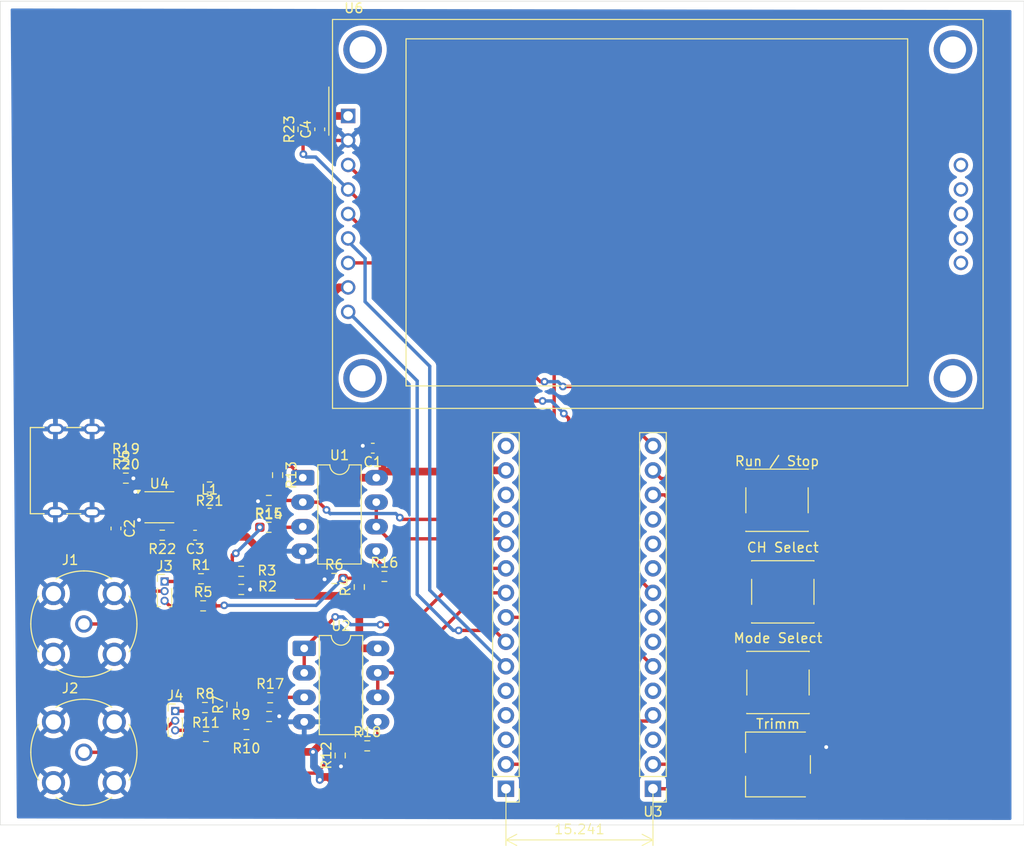
<source format=kicad_pcb>
(kicad_pcb (version 20241229) (generator "pcbnew") (generator_version "9.0")
  (layers (0 "F.Cu" signal) (2 "B.Cu" signal) (13 "F.Paste" user) (15 "B.Paste" user) (5 "F.SilkS" user "F.Silkscreen") (7 "B.SilkS" user "B.Silkscreen") (1 "F.Mask" user) (3 "B.Mask" user) (25 "Edge.Cuts" user))
  (net 0 "")
  (net 1 "3V3")
  (net 2 "/AnalogesFrontEnd/CoaxCH1")
  (net 3 "GND")
  (net 4 "/AnalogesFrontEnd/CoaxCH2")
  (net 5 "/AnalogesFrontEnd/Vin-1;1CH1")
  (net 6 "/AnalogesFrontEnd/Vin-10;10CH1")
  (net 7 "/AnalogesFrontEnd/Vin-36;36CH2")
  (net 8 "/AnalogesFrontEnd/Vin-10;10CH2")
  (net 9 "/powerSupplie/USB-cOut")
  (net 10 "Net-(R13-Pad1)")
  (net 11 "Net-(J5-CC1)")
  (net 12 "Net-(J5-CC2)")
  (net 13 "Net-(U1A-+)")
  (net 14 "Net-(U1B-+)")
  (net 15 "Net-(U2A-+)")
  (net 16 "/AnalogesFrontEnd/Vout-1;1CH1")
  (net 17 "Net-(U2B-+)")
  (net 18 "/AnalogesFrontEnd/Vout-10;10CH1")
  (net 19 "/AnalogesFrontEnd/Vout-36;36CH2")
  (net 20 "/AnalogesFrontEnd/Vout-10;10CH2")
  (net 21 "/AnalogesFrontEnd/ADC_CH1_1V")
  (net 22 "/AnalogesFrontEnd/ADC_CH1_10V")
  (net 23 "/AnalogesFrontEnd/ADC_CH2_10V")
  (net 24 "/AnalogesFrontEnd/ADC_CH2_36V")
  (net 25 "GNDD")
  (net 33 "Net-(U4-FB)")
  (net 34 "Net-(U4-SW)")
  (net 37 "Net-(U4-PG)")
  (net 44 "Net-(U3A-PA9)")
  (net 45 "Net-(U3A-PA10)")
  (net 46 "Net-(U3A-PA11)")
  (net 47 "Net-(U3A-PB5)")
  (net 48 "/Display/DMISO")
  (net 49 "/Display/DSCK")
  (net 50 "/muC/EINT")
  (net 51 "/Display/DD{slash}C")
  (net 52 "/muC/ERs")
  (net 53 "/Display/DMOSI")
  (net 54 "/muC/ECS")
  (net 55 "/Display/DRs")
  (net 56 "/Display/DCS")
  (footprint "Display:CR2013-MI2120" (layer "F.Cu") (at 112.3425 27.94)
    (property "Reference" "U6")
    (property "Value" "CR2013-MI2120")
  )
  (footprint "Resistor_SMD:R_0603_1608Metric_Pad0.98x0.95mm_HandSolder" (layer "F.Cu") (at 97.5 89.3)
    (property "Reference" "R8")
    (property "Value" "910k")
  )
  (footprint "Resistor_SMD:R_0603_1608Metric_Pad0.98x0.95mm_HandSolder" (layer "F.Cu") (at 97.6 92.3)
    (property "Reference" "R11")
    (property "Value" "750k")
  )
  (footprint "Resistor_SMD:R_0603_1608Metric_Pad0.98x0.95mm_HandSolder" (layer "F.Cu") (at 110.9 75.91)
    (property "Reference" "R6")
    (property "Value" "370k")
  )
  (footprint "L432KC:LINX_CONBNC001" (layer "F.Cu") (at 84.95 93.94)
    (property "Reference" "J2")
    (property "Value" "Conn_Coaxial")
  )
  (footprint "Capacitor_SMD:C_0603_1608Metric_Pad1.08x0.95mm_HandSolder" (layer "F.Cu") (at 96.475 71.425 180)
    (property "Reference" "C3")
    (property "Value" "22u")
  )
  (footprint "Capacitor_SMD:C_0603_1608Metric" (layer "F.Cu") (at 109.4 29.325 90)
    (property "Reference" "C4")
    (property "Value" "12p")
  )
  (footprint "Capacitor_SMD:C_0603_1608Metric_Pad1.08x0.95mm_HandSolder" (layer "F.Cu") (at 88.275 70.725 -90)
    (property "Reference" "C2")
    (property "Value" "10u")
  )
  (footprint "Resistor_SMD:R_0603_1608Metric_Pad0.98x0.95mm_HandSolder" (layer "F.Cu") (at 114.32 93.27)
    (property "Reference" "R18")
    (property "Value" "100")
  )
  (footprint "Connector_PinHeader_1.00mm:PinHeader_1x03_P1.00mm_Vertical" (layer "F.Cu") (at 93.315 76.225)
    (property "Reference" "J3")
    (property "Value" "Conn_01x03_Pin")
  )
  (footprint "Resistor_SMD:R_0603_1608Metric" (layer "F.Cu") (at 93.075 71.425 180)
    (property "Reference" "R22")
    (property "Value" "100k")
  )
  (footprint "Inductor_SMD:L_0603_1608Metric" (layer "F.Cu") (at 97.975 68.125)
    (property "Reference" "L1")
    (property "Value" "2.2u")
  )
  (footprint "Resistor_SMD:R_0603_1608Metric_Pad0.98x0.95mm_HandSolder" (layer "F.Cu") (at 97.09 75.94)
    (property "Reference" "R1")
    (property "Value" "220k")
  )
  (footprint "Resistor_SMD:R_0603_1608Metric_Pad0.98x0.95mm_HandSolder" (layer "F.Cu") (at 104.26 88.28)
    (property "Reference" "R17")
    (property "Value" "100")
  )
  (footprint "Resistor_SMD:R_0603_1608Metric_Pad0.98x0.95mm_HandSolder" (layer "F.Cu") (at 89.30125 65.505)
    (property "Reference" "R20")
    (property "Value" "5k2")
  )
  (footprint "Resistor_SMD:R_0603_1608Metric" (layer "F.Cu") (at 107.67 29.325 90)
    (property "Reference" "R23")
    (property "Value" "10k")
  )
  (footprint "Button_Switch_SMD:SW_SPST_PTS645Sx43SMTR92" (layer "F.Cu") (at 157.4 77.3 180)
    (property "Reference" "CH Select")
    (property "Value" "SW_Push")
  )
  (footprint "Capacitor_SMD:C_0603_1608Metric_Pad1.08x0.95mm_HandSolder" (layer "F.Cu") (at 114.9 62.4 180)
    (property "Reference" "C1")
    (property "Value" "12pF")
  )
  (footprint "Resistor_SMD:R_0603_1608Metric_Pad0.98x0.95mm_HandSolder" (layer "F.Cu") (at 104.15 90.23 180)
    (property "Reference" "R9")
    (property "Value" "91k")
  )
  (footprint "L432KC:SAMESKY_UJC-H-G-SMT-2-P6-TR" (layer "F.Cu") (at 82.00125 64.725 -90)
    (property "Reference" "J5")
    (property "Value" "USB_C_Receptacle_PowerOnly_6P")
  )
  (footprint "Package_DIP:DIP-8_W7.62mm_LongPads" (layer "F.Cu") (at 107.79 83.16)
    (property "Reference" "U2")
    (property "Value" "MCP6002-xP")
  )
  (footprint "Button_Switch_SMD:SW_SPST_PTS645Sx43SMTR92" (layer "F.Cu") (at 156.8 67.8)
    (property "Reference" "Run / Stop")
    (property "Value" "SW_Push")
  )
  (footprint "Resistor_SMD:R_0603_1608Metric_Pad0.98x0.95mm_HandSolder" (layer "F.Cu") (at 105.03 65.19 -90)
    (property "Reference" "R13")
    (property "Value" "200k")
  )
  (footprint "Resistor_SMD:R_0603_1608Metric_Pad0.98x0.95mm_HandSolder" (layer "F.Cu") (at 104.12 67.82 180)
    (property "Reference" "R14")
    (property "Value" "100k")
  )
  (footprint "Resistor_SMD:R_0603_1608Metric_Pad0.98x0.95mm_HandSolder" (layer "F.Cu") (at 97.31 78.75)
    (property "Reference" "R5")
    (property "Value" "750k")
  )
  (footprint "Connector_PinHeader_1.00mm:PinHeader_1x03_P1.00mm_Vertical" (layer "F.Cu") (at 94.42 89.66)
    (property "Reference" "J4")
    (property "Value" "Conn_01x03_Pin")
  )
  (footprint "Resistor_SMD:R_0603_1608Metric" (layer "F.Cu") (at 97.975 66.425 180)
    (property "Reference" "R21")
    (property "Value" "330k")
  )
  (footprint "Potentiometer_SMD:Potentiometer_ACP_CA6-VSMD_Vertical" (layer "F.Cu") (at 156.9 95.2 180)
    (property "Reference" "Trimm")
    (property "Value" "R_Potentiometer")
  )
  (footprint "Resistor_SMD:R_0603_1608Metric_Pad0.98x0.95mm_HandSolder" (layer "F.Cu") (at 101.25 75.17 180)
    (property "Reference" "R3")
    (property "Value" "750k")
  )
  (footprint "Button_Switch_SMD:SW_SPST_PTS645Sx43SMTR92" (layer "F.Cu") (at 156.9 86.7 180)
    (property "Reference" "Mode Select")
    (property "Value" "SW_Push")
  )
  (footprint "Resistor_SMD:R_0603_1608Metric_Pad0.98x0.95mm_HandSolder" (layer "F.Cu") (at 116.1 75.7)
    (property "Reference" "R16")
    (property "Value" "100")
  )
  (footprint "Resistor_SMD:R_0603_1608Metric_Pad0.98x0.95mm_HandSolder" (layer "F.Cu") (at 100.3 89 90)
    (property "Reference" "R7")
    (property "Value" "82k")
  )
  (footprint "Package_SO:MSOP-8_3x3mm_P0.65mm" (layer "F.Cu") (at 92.775 68.525)
    (property "Reference" "U4")
    (property "Value" "TPS62160DGK")
  )
  (footprint "Resistor_SMD:R_0603_1608Metric_Pad0.98x0.95mm_HandSolder" (layer "F.Cu") (at 104.1025 70.6)
    (property "Reference" "R15")
    (property "Value" "100")
  )
  (footprint "My_Connectors:NUCLEO-L432KC_Module" (layer "F.Cu") (at 143.941 97.719 180)
    (property "Reference" "U3")
    (property "Value" "NUCLEO-L432KC")
  )
  (footprint "Package_DIP:DIP-8_W7.62mm_LongPads" (layer "F.Cu") (at 107.64 65.46)
    (property "Reference" "U1")
    (property "Value" "MCP6002-xP")
  )
  (footprint "Resistor_SMD:R_0603_1608Metric_Pad0.98x0.95mm_HandSolder" (layer "F.Cu") (at 89.30125 63.905)
    (property "Reference" "R19")
    (property "Value" "5k2")
  )
  (footprint "Resistor_SMD:R_0603_1608Metric_Pad0.98x0.95mm_HandSolder" (layer "F.Cu") (at 113.5 76.8 90)
    (property "Reference" "R4")
    (property "Value" "240k")
  )
  (footprint "Resistor_SMD:R_0603_1608Metric_Pad0.98x0.95mm_HandSolder" (layer "F.Cu") (at 111.52 94.27 90)
    (property "Reference" "R12")
    (property "Value" "370k")
  )
  (footprint "Resistor_SMD:R_0603_1608Metric_Pad0.98x0.95mm_HandSolder" (layer "F.Cu") (at 101.8 92.1 180)
    (property "Reference" "R10")
    (property "Value" "240k")
  )
  (footprint "L432KC:LINX_CONBNC001" (layer "F.Cu") (at 84.95 80.63)
    (property "Reference" "J1")
    (property "Value" "Conn_Coaxial")
  )
  (footprint "Resistor_SMD:R_0603_1608Metric_Pad0.98x0.95mm_HandSolder" (layer "F.Cu") (at 101.26 77.05 180)
    (property "Reference" "R2")
    (property "Value" "430k")
  )
  (gr_rect (start 76.28 16.035) (end 182.4 101.475) (stroke (width 0.05)) (fill no) (layer "Edge.Cuts"))
  (segment (start 105.9 45) (end 109 48.1) (width 0.8) (layer "F.Cu") (net 1))
  (segment (start 162.8 80.97) (end 163.23 80.97) (width 0.8) (layer "F.Cu") (net 1))
  (segment (start 108.7 93.9) (end 111.5 91.1) (width 0.8) (layer "F.Cu") (net 1))
  (segment (start 98.45625 70.30625) (end 97.3375 71.425) (width 0.8) (layer "F.Cu") (net 1))
  (segment (start 97.740334 70) (end 98.7625 70) (width 0.35) (layer "F.Cu") (net 1))
  (segment (start 105.6 61.4625) (end 103.7625 61.4625) (width 0.8) (layer "F.Cu") (net 1))
  (segment (start 112.3425 27.94) (end 110.01 27.94) (width 0.8) (layer "F.Cu") (net 1))
  (segment (start 110.01 27.94) (end 109.4 28.55) (width 0.8) (layer "F.Cu") (net 1))
  (segment (start 107.72 28.55) (end 107.67 28.5) (width 0.8) (layer "F.Cu") (net 1))
  (segment (start 104 73.8) (end 104 75.17) (width 0.8) (layer "F.Cu") (net 1))
  (segment (start 113.6 99.8) (end 158.775 99.8) (width 0.8) (layer "F.Cu") (net 1))
  (segment (start 162.8 89.9) (end 162.8 80.97) (width 0.8) (layer "F.Cu") (net 1))
  (segment (start 109.7 96.5) (end 110.3 96.5) (width 0.8) (layer "F.Cu") (net 1))
  (segment (start 113.7 83.16) (end 115.41 83.16) (width 0.8) (layer "F.Cu") (net 1))
  (segment (start 107.0125 77.7125) (end 104.47 75.17) (width 0.8) (layer "F.Cu") (net 1))
  (segment (start 111.5 84.6) (end 111.6 84.6) (width 0.8) (layer "F.Cu") (net 1))
  (segment (start 109 48.1) (end 111.38 45.72) (width 0.8) (layer "F.Cu") (net 1))
  (segment (start 98.7625 70) (end 98.45625 70.30625) (width 0.8) (layer "F.Cu") (net 1))
  (segment (start 113.04 83.16) (end 113.7 83.16) (width 0.8) (layer "F.Cu") (net 1))
  (segment (start 162.8 89.9) (end 164.2 91.3) (width 0.8) (layer "F.Cu") (net 1))
  (segment (start 103.5 92.1) (end 105.3 93.9) (width 0.8) (layer "F.Cu") (net 1))
  (segment (start 105.6 56.3) (end 109 52.9) (width 0.8) (layer "F.Cu") (net 1))
  (segment (start 103.7625 61.4625) (end 98.8 66.425) (width 0.8) (layer "F.Cu") (net 1))
  (segment (start 98.7625 68.125) (end 98.7625 70) (width 0.8) (layer "F.Cu") (net 1))
  (segment (start 161.85 88.95) (end 162.8 89.9) (width 0.8) (layer "F.Cu") (net 1))
  (segment (start 111.5 91.1) (end 111.5 84.6) (width 0.8) (layer "F.Cu") (net 1))
  (segment (start 163.23 80.97) (end 165.3 78.9) (width 0.8) (layer "F.Cu") (net 1))
  (segment (start 105.6 56.3) (end 105.6 61.4625) (width 0.8) (layer "F.Cu") (net 1))
  (segment (start 109 52.9) (end 109 48.1) (width 0.8) (layer "F.Cu") (net 1))
  (segment (start 162.8 80.97) (end 161.38 79.55) (width 0.8) (layer "F.Cu") (net 1))
  (segment (start 110.3 96.5) (end 113.6 99.8) (width 0.8) (layer "F.Cu") (net 1))
  (segment (start 164.2 91.3) (end 164.2 94.375) (width 0.8) (layer "F.Cu") (net 1))
  (segment (start 165.3 78.9) (end 165.3 74.57) (width 0.8) (layer "F.Cu") (net 1))
  (segment (start 121.9 64.7) (end 121.7775 64.8225) (width 0.8) (layer "F.Cu") (net 1))
  (segment (start 111.38 45.72) (end 112.3425 45.72) (width 0.8) (layer "F.Cu") (net 1))
  (segment (start 105.3 93.9) (end 108.7 93.9) (width 0.8) (layer "F.Cu") (net 1))
  (segment (start 152.92 88.95) (end 160.88 88.95) (width 0.8) (layer "F.Cu") (net 1))
  (segment (start 160.88 88.95) (end 161.85 88.95) (width 0.8) (layer "F.Cu") (net 1))
  (segment (start 101.7875 71.5875) (end 104 73.8) (width 0.8) (layer "F.Cu") (net 1))
  (segment (start 109.4 96.8) (end 109.7 96.5) (width 0.8) (layer "F.Cu") (net 1))
  (segment (start 112.3425 45.72) (end 112.3425 45.8575) (width 0.8) (layer "F.Cu") (net 1))
  (segment (start 160.78 70.05) (end 152.82 70.05) (width 0.8) (layer "F.Cu") (net 1))
  (segment (start 162.6875 95.8875) (end 161.225 97.35) (width 0.8) (layer "F.Cu") (net 1))
  (segment (start 113.5 82.96) (end 113.5 77.7125) (width 0.8) (layer "F.Cu") (net 1))
  (segment (start 128.7 64.7) (end 121.9 64.7) (width 0.8) (layer "F.Cu") (net 1))
  (segment (start 98.45625 70.30625) (end 99.7375 71.5875) (width 0.8) (layer "F.Cu") (net 1))
  (segment (start 98.8 66.425) (end 98.8 68.0875) (width 0.8) (layer "F.Cu") (net 1))
  (segment (start 158.775 99.8) (end 162.6875 95.8875) (width 0.8) (layer "F.Cu") (net 1))
  (segment (start 115.8975 62.35) (end 115.8975 64.8225) (width 0.8) (layer "F.Cu") (net 1))
  (segment (start 113.7 83.16) (end 113.5 82.96) (width 0.8) (layer "F.Cu") (net 1))
  (segment (start 104.47 75.17) (end 104 75.17) (width 0.8) (layer "F.Cu") (net 1))
  (segment (start 165.3 74.57) (end 160.78 70.05) (width 0.8) (layer "F.Cu") (net 1))
  (segment (start 100.525 89.9125) (end 102.7125 92.1) (width 0.8) (layer "F.Cu") (net 1))
  (segment (start 98.8 68.0875) (end 98.7625 68.125) (width 0.8) (layer "F.Cu") (net 1))
  (segment (start 96.590334 68.85) (end 97.740334 70) (width 0.35) (layer "F.Cu") (net 1))
  (segment (start 94.8875 68.85) (end 96.590334 68.85) (width 0.35) (layer "F.Cu") (net 1))
  (segment (start 100.3 89.9125) (end 100.525 89.9125) (width 0.8) (layer "F.Cu") (net 1))
  (segment (start 104 75.17) (end 102.1625 75.17) (width 0.8) (layer "F.Cu") (net 1))
  (segment (start 109.4 28.55) (end 107.72 28.55) (width 0.8) (layer "F.Cu") (net 1))
  (segment (start 105.9 30.27) (end 105.9 45) (width 0.8) (layer "F.Cu") (net 1))
  (segment (start 107.67 28.5) (end 105.9 30.27) (width 0.8) (layer "F.Cu") (net 1))
  (segment (start 161.38 79.55) (end 153.42 79.55) (width 0.8) (layer "F.Cu") (net 1))
  (segment (start 164.2 94.375) (end 162.6875 95.8875) (width 0.8) (layer "F.Cu") (net 1))
  (segment (start 111.6 84.6) (end 113.04 83.16) (width 0.8) (layer "F.Cu") (net 1))
  (segment (start 112.86 65.46) (end 108.8625 61.4625) (width 0.8) (layer "F.Cu") (net 1))
  (segment (start 115.26 65.46) (end 112.86 65.46) (width 0.8) (layer "F.Cu") (net 1))
  (segment (start 102.7125 92.1) (end 103.5 92.1) (width 0.8) (layer "F.Cu") (net 1))
  (segment (start 108.8625 61.4625) (end 105.6 61.4625) (width 0.8) (layer "F.Cu") (net 1))
  (segment (start 115.8975 64.8225) (end 115.26 65.46) (width 0.8) (layer "F.Cu") (net 1))
  (segment (start 113.5 77.7125) (end 107.0125 77.7125) (width 0.8) (layer "F.Cu") (net 1))
  (segment (start 99.7375 71.5875) (end 101.7875 71.5875) (width 0.8) (layer "F.Cu") (net 1))
  (segment (start 121.7775 64.8225) (end 115.8975 64.8225) (width 0.8) (layer "F.Cu") (net 1))
  (via (at 109.4 96.8) (size 0.8) (drill 0.4) (layers "F.Cu" "B.Cu") (net 1))
  (via (at 108.7 93.9) (size 0.8) (drill 0.4) (layers "F.Cu" "B.Cu") (net 1))
  (segment (start 109.4 96) (end 108.8 95.4) (width 0.8) (layer "B.Cu") (net 1))
  (segment (start 108.8 95.4) (end 108.8 94) (width 0.8) (layer "B.Cu") (net 1))
  (segment (start 109.4 96.8) (end 109.4 96) (width 0.8) (layer "B.Cu") (net 1))
  (segment (start 108.8 94) (end 108.7 93.9) (width 0.8) (layer "B.Cu") (net 1))
  (segment (start 84.95 80.63) (end 88.7 80.63) (width 0.35) (layer "F.Cu") (net 2))
  (segment (start 88.7 80.63) (end 92.105 77.225) (width 0.35) (layer "F.Cu") (net 2))
  (segment (start 93.24 77.3) (end 93.315 77.225) (width 0.35) (layer "F.Cu") (net 2))
  (segment (start 93.315 77.225) (end 92.105 77.225) (width 0.35) (layer "F.Cu") (net 2))
  (segment (start 161.55 93.05) (end 161.9 93.4) (width 0.35) (layer "F.Cu") (net 3))
  (segment (start 105.0625 90.23) (end 105.17 90.23) (width 0.35) (layer "F.Cu") (net 3))
  (segment (start 161.225 93.05) (end 161.55 93.05) (width 0.35) (layer "F.Cu") (net 3))
  (segment (start 85.88125 60.485) (end 85.80125 60.405) (width 0.35) (layer "F.Cu") (net 3))
  (segment (start 90.10125 65.505) (end 90.08125 65.525) (width 0.35) (layer "F.Cu") (net 3))
  (segment (start 85.88125 67.475) (end 85.88125 68.965) (width 0.35) (layer "F.Cu") (net 3))
  (segment (start 90.6625 69.5) (end 90.6625 69.8375) (width 0.35) (layer "F.Cu") (net 3))
  (segment (start 90.6625 69.8375) (end 92.25 71.425) (width 0.35) (layer "F.Cu") (net 3))
  (segment (start 111.52 95.1825) (end 111.52 95.32) (width 0.35) (layer "F.Cu") (net 3))
  (segment (start 85.88125 68.965) (end 85.80125 69.045) (width 0.35) (layer "F.Cu") (net 3))
  (segment (start 102.18 77.05) (end 102.1725 77.05) (width 0.35) (layer "F.Cu") (net 3))
  (segment (start 114.0375 62.3275) (end 113.86 62.15) (width 0.8) (layer "F.Cu") (net 3))
  (segment (start 88.9125 71.5875) (end 90.6625 69.8375) (width 0.35) (layer "F.Cu") (net 3))
  (segment (start 90.6625 67.3125) (end 90.275 66.925) (width 0.35) (layer "F.Cu") (net 3))
  (segment (start 90.6625 67.55) (end 90.6625 67.3125) (width 0.35) (layer "F.Cu") (net 3))
  (segment (start 102.18 77.05) (end 102.2 77.03) (width 0.35) (layer "F.Cu") (net 3))
  (segment (start 109.78 30.48) (end 109.4 30.1) (width 0.35) (layer "F.Cu") (net 3))
  (segment (start 90.21375 63.905) (end 90.21375 65.505) (width 0.35) (layer "F.Cu") (net 3))
  (segment (start 109.9875 75.9125) (end 109.9 76) (width 0.35) (layer "F.Cu") (net 3))
  (segment (start 112.3425 30.48) (end 109.78 30.48) (width 0.35) (layer "F.Cu") (net 3))
  (segment (start 109.9875 75.91) (end 109.9875 75.9125) (width 0.35) (layer "F.Cu") (net 3))
  (segment (start 114.0375 62.4) (end 114.0375 62.3275) (width 0.8) (layer "F.Cu") (net 3))
  (segment (start 88.275 71.5875) (end 88.9125 71.5875) (width 0.35) (layer "F.Cu") (net 3))
  (segment (start 90.21375 65.505) (end 90.10125 65.505) (width 0.35) (layer "F.Cu") (net 3))
  (segment (start 111.52 95.32) (end 111.6 95.4) (width 0.35) (layer "F.Cu") (net 3))
  (segment (start 105.17 90.23) (end 105.2 90.2) (width 0.35) (layer "F.Cu") (net 3))
  (segment (start 85.88125 61.975) (end 85.88125 60.485) (width 0.35) (layer "F.Cu") (net 3))
  (via (at 109.9 76) (size 0.8) (drill 0.4) (layers "F.Cu" "B.Cu") (net 3))
  (via (at 113.86 62.15) (size 0.8) (drill 0.4) (layers "F.Cu" "B.Cu") (net 3))
  (via (at 90.08125 65.525) (size 0.8) (drill 0.4) (layers "F.Cu" "B.Cu") (net 3))
  (via (at 102.1725 77.05) (size 0.8) (drill 0.4) (layers "F.Cu" "B.Cu") (net 3))
  (via (at 90.275 66.925) (size 0.8) (drill 0.4) (layers "F.Cu" "B.Cu") (net 3))
  (via (at 161.9 93.4) (size 0.8) (drill 0.4) (layers "F.Cu" "B.Cu") (net 3))
  (via (at 90.6625 69.8375) (size 0.8) (drill 0.4) (layers "F.Cu" "B.Cu") (net 3))
  (via (at 111.6 95.4) (size 0.8) (drill 0.4) (layers "F.Cu" "B.Cu") (net 3))
  (via (at 105.2 90.2) (size 0.8) (drill 0.4) (layers "F.Cu" "B.Cu") (net 3))
  (via (at 103 67.9) (size 0.8) (drill 0.4) (layers "F.Cu" "B.Cu") (net 3))
  (segment (start 94.287214 90.66) (end 91.007214 93.94) (width 0.35) (layer "F.Cu") (net 4))
  (segment (start 91.007214 93.94) (end 84.95 93.94) (width 0.35) (layer "F.Cu") (net 4))
  (segment (start 94.42 90.66) (end 94.287214 90.66) (width 0.35) (layer "F.Cu") (net 4))
  (segment (start 95.8925 76.225) (end 96.1775 75.94) (width 0.35) (layer "F.Cu") (net 5))
  (segment (start 93.315 76.225) (end 95.8925 76.225) (width 0.35) (layer "F.Cu") (net 5))
  (segment (start 93.84 78.75) (end 93.315 78.225) (width 0.35) (layer "F.Cu") (net 6))
  (segment (start 96.3975 78.75) (end 93.84 78.75) (width 0.35) (layer "F.Cu") (net 6))
  (segment (start 94.42 89.66) (end 96.2275 89.66) (width 0.35) (layer "F.Cu") (net 7))
  (segment (start 96.2275 89.66) (end 96.5875 89.3) (width 0.35) (layer "F.Cu") (net 7))
  (segment (start 94.42 91.66) (end 96.0475 91.66) (width 0.35) (layer "F.Cu") (net 8))
  (segment (start 96.0475 91.66) (end 96.6875 92.3) (width 0.35) (layer "F.Cu") (net 8))
  (segment (start 89.196875 68.940625) (end 89.196875 68.540625) (width 0.35) (layer "F.Cu") (net 9))
  (segment (start 85.30125 66.245) (end 85.88125 66.245) (width 0.35) (layer "F.Cu") (net 9))
  (segment (start 84.28125 65.225) (end 85.30125 66.245) (width 0.35) (layer "F.Cu") (net 9))
  (segment (start 84.90125 63.205) (end 84.28125 63.825) (width 0.35) (layer "F.Cu") (net 9))
  (segment (start 90.6625 68.85) (end 89.2875 68.85) (width 0.35) (layer "F.Cu") (net 9))
  (segment (start 90.6625 68.2) (end 90.6625 68.85) (width 0.35) (layer "F.Cu") (net 9))
  (segment (start 85.88125 63.205) (end 84.90125 63.205) (width 0.35) (layer "F.Cu") (net 9))
  (segment (start 89.196875 68.940625) (end 88.275 69.8625) (width 0.35) (layer "F.Cu") (net 9))
  (segment (start 86.90125 66.245) (end 85.88125 66.245) (width 0.35) (layer "F.Cu") (net 9))
  (segment (start 89.2875 68.85) (end 89.196875 68.940625) (width 0.35) (layer "F.Cu") (net 9))
  (segment (start 89.196875 68.540625) (end 86.90125 66.245) (width 0.35) (layer "F.Cu") (net 9))
  (segment (start 88.275 69.8625) (end 88.1125 69.8625) (width 0.35) (layer "F.Cu") (net 9))
  (segment (start 84.28125 63.825) (end 84.28125 65.225) (width 0.35) (layer "F.Cu") (net 9))
  (segment (start 105.03 64.2775) (end 106.4575 64.2775) (width 0.35) (layer "F.Cu") (net 10))
  (segment (start 106.4575 64.2775) (end 107.64 65.46) (width 0.35) (layer "F.Cu") (net 10))
  (segment (start 88.06875 64.225) (end 88.38875 63.905) (width 0.35) (layer "F.Cu") (net 11))
  (segment (start 85.88125 64.225) (end 88.06875 64.225) (width 0.35) (layer "F.Cu") (net 11))
  (segment (start 88.18875 65.505) (end 88.38875 65.505) (width 0.35) (layer "F.Cu") (net 12))
  (segment (start 85.88125 65.225) (end 87.90875 65.225) (width 0.35) (layer "F.Cu") (net 12))
  (segment (start 87.90875 65.225) (end 88.18875 65.505) (width 0.35) (layer "F.Cu") (net 12))
  (segment (start 107.58 70.6) (end 107.64 70.54) (width 0.35) (layer "F.Cu") (net 13))
  (segment (start 105.015 70.6) (end 107.58 70.6) (width 0.35) (layer "F.Cu") (net 13))
  (segment (start 115.26 73.08) (end 115.26 73.9475) (width 0.35) (layer "F.Cu") (net 14))
  (segment (start 115.26 73.9475) (end 117.0125 75.7) (width 0.35) (layer "F.Cu") (net 14))
  (segment (start 105.2125 88.24) (end 105.1725 88.28) (width 0.35) (layer "F.Cu") (net 15))
  (segment (start 107.79 88.24) (end 105.2125 88.24) (width 0.35) (layer "F.Cu") (net 15))
  (segment (start 100.3375 77.04) (end 100.3475 77.05) (width 0.35) (layer "F.Cu") (net 16))
  (segment (start 99.5675 75.94) (end 100.3375 75.17) (width 0.35) (layer "F.Cu") (net 16))
  (segment (start 100.3375 73.7) (end 100.3375 73.4525) (width 0.35) (layer "F.Cu") (net 16))
  (segment (start 100.3375 75.17) (end 100.3375 77.04) (width 0.35) (layer "F.Cu") (net 16))
  (segment (start 100.3375 73.6625) (end 100.7 73.3) (width 0.35) (layer "F.Cu") (net 16))
  (segment (start 100.3375 75.17) (end 100.3375 73.7) (width 0.35) (layer "F.Cu") (net 16))
  (segment (start 98.0025 75.94) (end 99.5675 75.94) (width 0.35) (layer "F.Cu") (net 16))
  (segment (start 100.3375 73.7) (end 100.3375 73.6625) (width 0.35) (layer "F.Cu") (net 16))
  (via (at 100.7 73.3) (size 0.8) (drill 0.4) (layers "F.Cu" "B.Cu") (net 16))
  (via (at 103.19 70.6) (size 0.8) (drill 0.4) (layers "F.Cu" "B.Cu") (net 16))
  (segment (start 103.19 70.81) (end 103.19 70.6) (width 0.35) (layer "B.Cu") (net 16))
  (segment (start 100.7 73.3) (end 103.19 70.81) (width 0.35) (layer "B.Cu") (net 16))
  (segment (start 115.41 93.0925) (end 115.2325 93.27) (width 0.35) (layer "F.Cu") (net 17))
  (segment (start 115.41 90.78) (end 115.41 93.0925) (width 0.35) (layer "F.Cu") (net 17))
  (segment (start 98.2225 79.0525) (end 98.2225 78.75) (width 0.35) (layer "F.Cu") (net 18))
  (segment (start 115.1875 75.7) (end 113.6875 75.7) (width 0.35) (layer "F.Cu") (net 18))
  (segment (start 98.2225 78.75) (end 99.45 78.75) (width 0.35) (layer "F.Cu") (net 18))
  (segment (start 113.6875 75.7) (end 113.5 75.8875) (width 0.35) (layer "F.Cu") (net 18))
  (segment (start 99.45 78.75) (end 99.5 78.7) (width 0.35) (layer "F.Cu") (net 18))
  (segment (start 113.5 75.8875) (end 111.835 75.8875) (width 0.35) (layer "F.Cu") (net 18))
  (segment (start 111.835 75.8875) (end 111.8125 75.91) (width 0.35) (layer "F.Cu") (net 18))
  (via (at 99.5 78.7) (size 0.8) (drill 0.4) (layers "F.Cu" "B.Cu") (net 18))
  (via (at 111.8125 75.91) (size 0.8) (drill 0.4) (layers "F.Cu" "B.Cu") (net 18))
  (segment (start 99.5 78.7) (end 109.0225 78.7) (width 0.35) (layer "B.Cu") (net 18))
  (segment (start 109.0225 78.7) (end 111.8125 75.91) (width 0.35) (layer "B.Cu") (net 18))
  (segment (start 99.0875 89.3) (end 100.3 88.0875) (width 0.35) (layer "F.Cu") (net 19))
  (segment (start 98.4125 89.3) (end 99.0875 89.3) (width 0.35) (layer "F.Cu") (net 19))
  (segment (start 100.4925 88.28) (end 100.3 88.0875) (width 0.35) (layer "F.Cu") (net 19))
  (segment (start 103.3475 88.28) (end 100.4925 88.28) (width 0.35) (layer "F.Cu") (net 19))
  (segment (start 103.2375 88.39) (end 103.3475 88.28) (width 0.35) (layer "F.Cu") (net 19))
  (segment (start 103.2375 90.23) (end 103.2375 88.39) (width 0.35) (layer "F.Cu") (net 19))
  (segment (start 111.52 93.3575) (end 111.52 93.58) (width 0.35) (layer "F.Cu") (net 20))
  (segment (start 104.8875 96.1) (end 100.8875 92.1) (width 0.35) (layer "F.Cu") (net 20))
  (segment (start 111.52 93.58) (end 109 96.1) (width 0.35) (layer "F.Cu") (net 20))
  (segment (start 100.6875 92.3) (end 100.8875 92.1) (width 0.35) (layer "F.Cu") (net 20))
  (segment (start 111.6075 93.27) (end 111.52 93.3575) (width 0.35) (layer "F.Cu") (net 20))
  (segment (start 113.4075 93.27) (end 111.6075 93.27) (width 0.35) (layer "F.Cu") (net 20))
  (segment (start 98.5125 92.3) (end 100.6875 92.3) (width 0.35) (layer "F.Cu") (net 20))
  (segment (start 109 96.1) (end 104.8875 96.1) (width 0.35) (layer "F.Cu") (net 20))
  (segment (start 107.64 68) (end 109.3 68) (width 0.35) (layer "F.Cu") (net 21))
  (segment (start 105.03 67.8175) (end 105.0325 67.82) (width 0.35) (layer "F.Cu") (net 21))
  (segment (start 105.0325 67.82) (end 107.46 67.82) (width 0.35) (layer "F.Cu") (net 21))
  (segment (start 109.3 68) (end 110.1 68.8) (width 0.35) (layer "F.Cu") (net 21))
  (segment (start 105.03 66.1025) (end 105.03 67.8175) (width 0.35) (layer "F.Cu") (net 21))
  (segment (start 107.46 67.82) (end 107.64 68) (width 0.35) (layer "F.Cu") (net 21))
  (segment (start 117.88 69.78) (end 117.7 69.6) (width 0.35) (layer "F.Cu") (net 21))
  (segment (start 128.7 69.78) (end 117.88 69.78) (width 0.35) (layer "F.Cu") (net 21))
  (via (at 117.7 69.6) (size 0.8) (drill 0.4) (layers "F.Cu" "B.Cu") (net 21))
  (via (at 110.1 68.8) (size 0.8) (drill 0.4) (layers "F.Cu" "B.Cu") (net 21))
  (segment (start 110.5 69.2) (end 110.1 68.8) (width 0.35) (layer "B.Cu") (net 21))
  (segment (start 110.524 69.176) (end 110.5 69.2) (width 0.35) (layer "B.Cu") (net 21))
  (segment (start 117.276 69.176) (end 110.524 69.176) (width 0.35) (layer "B.Cu") (net 21))
  (segment (start 117.7 69.6) (end 117.276 69.176) (width 0.35) (layer "B.Cu") (net 21))
  (segment (start 128.18 71.8) (end 116.52 71.8) (width 0.35) (layer "F.Cu") (net 22))
  (segment (start 128.7 72.32) (end 128.18 71.8) (width 0.35) (layer "F.Cu") (net 22))
  (segment (start 116.52 71.8) (end 115.26 70.54) (width 0.35) (layer "F.Cu") (net 22))
  (segment (start 115.26 68) (end 115.26 70.54) (width 0.35) (layer "F.Cu") (net 22))
  (segment (start 125.9 77.4) (end 128.7 77.4) (width 0.35) (layer "F.Cu") (net 23))
  (segment (start 117.6 85.7) (end 125.9 77.4) (width 0.35) (layer "F.Cu") (net 23))
  (segment (start 115.41 85.7) (end 117.6 85.7) (width 0.35) (layer "F.Cu") (net 23))
  (segment (start 115.41 85.7) (end 115.41 88.24) (width 0.35) (layer "F.Cu") (net 23))
  (segment (start 115.7 80.7) (end 118.9 80.7) (width 0.35) (layer "F.Cu") (net 24))
  (segment (start 109.65 81.25) (end 109.65 81.3) (width 0.35) (layer "F.Cu") (net 24))
  (segment (start 124.74 74.86) (end 128.7 74.86) (width 0.35) (layer "F.Cu") (net 24))
  (segment (start 118.9 80.7) (end 124.74 74.86) (width 0.35) (layer "F.Cu") (net 24))
  (segment (start 111 79.9) (end 109.65 81.25) (width 0.35) (layer "F.Cu") (net 24))
  (segment (start 107.79 85.7) (end 107.79 83.16) (width 0.35) (layer "F.Cu") (net 24))
  (segment (start 109.65 81.3) (end 107.79 83.16) (width 0.35) (layer "F.Cu") (net 24))
  (segment (start 111 79.9) (end 111 80.1) (width 0.35) (layer "F.Cu") (net 24))
  (via (at 115.7 80.7) (size 0.8) (drill 0.4) (layers "F.Cu" "B.Cu") (net 24))
  (via (at 111 79.9) (size 0.8) (drill 0.4) (layers "F.Cu" "B.Cu") (net 24))
  (segment (start 111 79.9) (end 111.8 79.9) (width 0.35) (layer "B.Cu") (net 24))
  (segment (start 112.6 80.7) (end 115.7 80.7) (width 0.35) (layer "B.Cu") (net 24))
  (segment (start 111.8 79.9) (end 112.6 80.7) (width 0.35) (layer "B.Cu") (net 24))
  (segment (start 138.7 90.7) (end 143.34 90.7) (width 0.35) (layer "F.Cu") (net 25))
  (segment (start 128.7 95.18) (end 134.22 95.18) (width 0.35) (layer "F.Cu") (net 25))
  (segment (start 134.22 95.18) (end 138.7 90.7) (width 0.35) (layer "F.Cu") (net 25))
  (segment (start 143.34 90.7) (end 143.941 90.099) (width 0.35) (layer "F.Cu") (net 25))
  (segment (start 95.6125 71.425) (end 95.6125 70.225) (width 0.35) (layer "F.Cu") (net 33))
  (segment (start 95.6125 71.425) (end 93.9 71.425) (width 0.35) (layer "F.Cu") (net 33))
  (segment (start 95.6125 70.225) (end 94.8875 69.5) (width 0.35) (layer "F.Cu") (net 33))
  (segment (start 97.1125 68.2) (end 97.1875 68.125) (width 0.35) (layer "F.Cu") (net 34))
  (segment (start 94.8875 68.2) (end 97.1125 68.2) (width 0.35) (layer "F.Cu") (net 34))
  (segment (start 96.0125 66.425) (end 97.15 66.425) (width 0.35) (layer "F.Cu") (net 37))
  (segment (start 94.8875 67.55) (end 96.0125 66.425) (width 0.35) (layer "F.Cu") (net 37))
  (segment (start 150.056 97.719) (end 143.941 97.719) (width 0.35) (layer "F.Cu") (net 44))
  (segment (start 152.575 95.2) (end 150.056 97.719) (width 0.35) (layer "F.Cu") (net 44))
  (segment (start 152.92 84.45) (end 148.6 88.77) (width 0.35) (layer "F.Cu") (net 45))
  (segment (start 148.6 93.7) (end 147.121 95.179) (width 0.35) (layer "F.Cu") (net 45))
  (segment (start 160.88 84.45) (end 152.92 84.45) (width 0.35) (layer "F.Cu") (net 45))
  (segment (start 148.6 88.77) (end 148.6 93.7) (width 0.35) (layer "F.Cu") (net 45))
  (segment (start 147.121 95.179) (end 143.941 95.179) (width 0.35) (layer "F.Cu") (net 45))
  (segment (start 161.38 75.05) (end 153.42 75.05) (width 0.35) (layer "F.Cu") (net 46))
  (segment (start 145.139 67.239) (end 152.95 75.05) (width 0.35) (layer "F.Cu") (net 46))
  (segment (start 143.941 67.239) (end 145.139 67.239) (width 0.35) (layer "F.Cu") (net 46))
  (segment (start 152.95 75.05) (end 153.42 75.05) (width 0.35) (layer "F.Cu") (net 46))
  (segment (start 143.941 64.699) (end 144.792 65.55) (width 0.35) (layer "F.Cu") (net 47))
  (segment (start 152.82 65.55) (end 160.78 65.55) (width 0.35) (layer "F.Cu") (net 47))
  (segment (start 144.792 65.55) (end 152.82 65.55) (width 0.35) (layer "F.Cu") (net 47))
  (segment (start 128.7 82.48) (end 127.52 81.3) (width 0.35) (layer "F.Cu") (net 48))
  (segment (start 127.52 81.3) (end 123.8 81.3) (width 0.35) (layer "F.Cu") (net 48))
  (via (at 123.8 81.3) (size 0.8) (drill 0.4) (layers "F.Cu" "B.Cu") (net 48))
  (segment (start 123.8 81.3) (end 123.246174 81.3) (width 0.35) (layer "B.Cu") (net 48))
  (segment (start 123.246174 81.3) (end 119.5 77.553826) (width 0.35) (layer "B.Cu") (net 48))
  (segment (start 119.5 55.4175) (end 112.3425 48.26) (width 0.35) (layer "B.Cu") (net 48))
  (segment (start 119.5 77.553826) (end 119.5 55.4175) (width 0.35) (layer "B.Cu") (net 48))
  (segment (start 132.8 79.3) (end 132.16 79.94) (width 0.35) (layer "F.Cu") (net 49))
  (segment (start 132.7 59.8) (end 132.7 79.2) (width 0.35) (layer "F.Cu") (net 49))
  (segment (start 132.16 79.94) (end 128.7 79.94) (width 0.35) (layer "F.Cu") (net 49))
  (segment (start 112.3425 43.18) (end 116.08 43.18) (width 0.35) (layer "F.Cu") (net 49))
  (segment (start 132.7 79.2) (end 132.8 79.3) (width 0.35) (layer "F.Cu") (net 49))
  (segment (start 116.08 43.18) (end 132.7 59.8) (width 0.35) (layer "F.Cu") (net 49))
  (segment (start 141.042 74.5) (end 143.941 77.399) (width 0.35) (layer "F.Cu") (net 51))
  (segment (start 135.2 72.9) (end 136.8 74.5) (width 0.35) (layer "F.Cu") (net 51))
  (segment (start 134.7 58.8) (end 135.2 59.3) (width 0.35) (layer "F.Cu") (net 51))
  (segment (start 136.8 74.5) (end 141.042 74.5) (width 0.35) (layer "F.Cu") (net 51))
  (segment (start 135.2 59.3) (end 135.2 72.9) (width 0.35) (layer "F.Cu") (net 51))
  (segment (start 131.7425 57.5) (end 132.5 57.5) (width 0.35) (layer "F.Cu") (net 51))
  (segment (start 112.3425 38.1) (end 131.7425 57.5) (width 0.35) (layer "F.Cu") (net 51))
  (via (at 134.7 58.8) (size 0.8) (drill 0.4) (layers "F.Cu" "B.Cu") (net 51))
  (via (at 132.5 57.5) (size 0.8) (drill 0.4) (layers "F.Cu" "B.Cu") (net 51))
  (segment (start 132.5 57.5) (end 133.4 57.5) (width 0.35) (layer "B.Cu") (net 51))
  (segment (start 133.4 57.5) (end 134.7 58.8) (width 0.35) (layer "B.Cu") (net 51))
  (segment (start 112.3425 40.9425) (end 112.3425 40.64) (width 0.35) (layer "B.Cu") (net 53))
  (segment (start 114.1 47.2) (end 114.1 42.7) (width 0.35) (layer "B.Cu") (net 53))
  (segment (start 120.8 77.12) (end 120.8 53.9) (width 0.35) (layer "B.Cu") (net 53))
  (segment (start 128.7 85.02) (end 120.8 77.12) (width 0.35) (layer "B.Cu") (net 53))
  (segment (start 120.8 53.9) (end 114.1 47.2) (width 0.35) (layer "B.Cu") (net 53))
  (segment (start 114.1 42.7) (end 112.3425 40.9425) (width 0.35) (layer "B.Cu") (net 53))
  (segment (start 137.782 56) (end 143.941 62.159) (width 0.35) (layer "F.Cu") (net 55))
  (segment (start 134.6 56) (end 137.782 56) (width 0.35) (layer "F.Cu") (net 55))
  (segment (start 112.3425 35.56) (end 132.2825 55.5) (width 0.35) (layer "F.Cu") (net 55))
  (segment (start 132.2825 55.5) (end 132.7 55.5) (width 0.35) (layer "F.Cu") (net 55))
  (segment (start 107.67 30.15) (end 107.67 31.87) (width 0.35) (layer "F.Cu") (net 55))
  (segment (start 107.67 31.87) (end 107.7 31.9) (width 0.35) (layer "F.Cu") (net 55))
  (via (at 132.7 55.5) (size 0.8) (drill 0.4) (layers "F.Cu" "B.Cu") (net 55))
  (via (at 134.6 56) (size 0.8) (drill 0.4) (layers "F.Cu" "B.Cu") (net 55))
  (via (at 107.7 31.9) (size 0.8) (drill 0.4) (layers "F.Cu" "B.Cu") (net 55))
  (segment (start 108.9825 32.2) (end 112.3425 35.56) (width 0.35) (layer "B.Cu") (net 55))
  (segment (start 107.7 31.9) (end 108 32.2) (width 0.35) (layer "B.Cu") (net 55))
  (segment (start 132.7 55.5) (end 134.1 55.5) (width 0.35) (layer "B.Cu") (net 55))
  (segment (start 134.1 55.5) (end 134.6 56) (width 0.35) (layer "B.Cu") (net 55))
  (segment (start 108 32.2) (end 108.9825 32.2) (width 0.35) (layer "B.Cu") (net 55))
  (segment (start 133.7 54.3775) (end 112.3425 33.02) (width 0.35) (layer "F.Cu") (net 56))
  (segment (start 133.7 74.778) (end 133.7 54.3775) (width 0.35) (layer "F.Cu") (net 56))
  (segment (start 143.941 85.019) (end 133.7 74.778) (width 0.35) (layer "F.Cu") (net 56))
  (zone (net 3) (net_name "GND") (layer "B.Cu") (connect_pads (clearance 0.5)) (min_thickness 0.25) (fill yes (thermal_gap 0.5) (thermal_bridge_width 0.5))
    (polygon (pts (xy 181.1 16.949694) (xy 181.1 100.958372) (xy 78 100.8) (xy 77.360338 16.79107)))
  )
)
</source>
